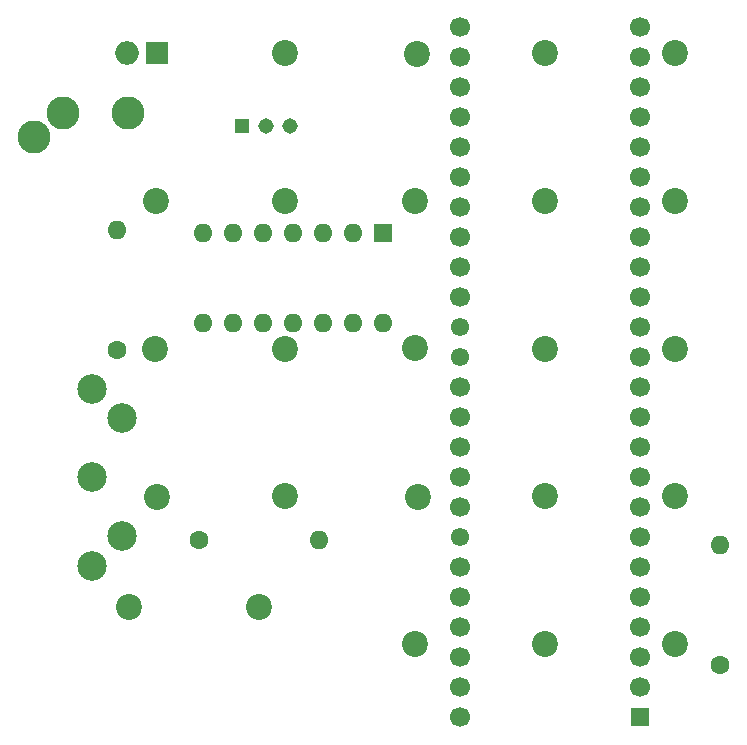
<source format=gbr>
G04 #@! TF.GenerationSoftware,KiCad,Pcbnew,(5.0.2)-1*
G04 #@! TF.CreationDate,2019-04-04T01:38:51-04:00*
G04 #@! TF.ProjectId,po_midi_adapter,706f5f6d-6964-4695-9f61-646170746572,rev?*
G04 #@! TF.SameCoordinates,PXa2393f8PY7537788*
G04 #@! TF.FileFunction,Copper,L1,Top*
G04 #@! TF.FilePolarity,Positive*
%FSLAX46Y46*%
G04 Gerber Fmt 4.6, Leading zero omitted, Abs format (unit mm)*
G04 Created by KiCad (PCBNEW (5.0.2)-1) date 4/4/2019 1:38:51 AM*
%MOMM*%
%LPD*%
G01*
G04 APERTURE LIST*
G04 #@! TA.AperFunction,ComponentPad*
%ADD10C,1.700000*%
G04 #@! TD*
G04 #@! TA.AperFunction,ComponentPad*
%ADD11R,1.600000X1.600000*%
G04 #@! TD*
G04 #@! TA.AperFunction,ComponentPad*
%ADD12C,1.550000*%
G04 #@! TD*
G04 #@! TA.AperFunction,ComponentPad*
%ADD13C,2.200000*%
G04 #@! TD*
G04 #@! TA.AperFunction,ComponentPad*
%ADD14O,2.000000X2.000000*%
G04 #@! TD*
G04 #@! TA.AperFunction,ComponentPad*
%ADD15R,1.900000X1.900000*%
G04 #@! TD*
G04 #@! TA.AperFunction,ComponentPad*
%ADD16C,2.499360*%
G04 #@! TD*
G04 #@! TA.AperFunction,ComponentPad*
%ADD17O,1.600000X1.600000*%
G04 #@! TD*
G04 #@! TA.AperFunction,ComponentPad*
%ADD18C,1.600000*%
G04 #@! TD*
G04 #@! TA.AperFunction,ComponentPad*
%ADD19C,1.308000*%
G04 #@! TD*
G04 #@! TA.AperFunction,ComponentPad*
%ADD20R,1.308000X1.308000*%
G04 #@! TD*
G04 #@! TA.AperFunction,ComponentPad*
%ADD21C,2.800000*%
G04 #@! TD*
G04 APERTURE END LIST*
D10*
G04 #@! TO.P,U1,17*
G04 #@! TO.N,/GPIO_9*
X-10337800Y43408600D03*
G04 #@! TO.P,U1,18*
G04 #@! TO.N,N/C*
X-10337800Y45948600D03*
G04 #@! TO.P,U1,19*
X-10337800Y48488600D03*
G04 #@! TO.P,U1,20*
X-10337800Y51028600D03*
G04 #@! TO.P,U1,16*
X-10337800Y40868600D03*
G04 #@! TO.P,U1,15*
X-10337800Y38328600D03*
G04 #@! TO.P,U1,14*
G04 #@! TO.N,/GPIO_10*
X-10337800Y35788600D03*
G04 #@! TO.P,U1,21*
G04 #@! TO.N,N/C*
X-10337800Y53568600D03*
G04 #@! TO.P,U1,22*
G04 #@! TO.N,/GPIO_13*
X-10337800Y56108600D03*
G04 #@! TO.P,U1,23*
G04 #@! TO.N,N/C*
X-10337800Y58648600D03*
G04 #@! TO.P,U1,24*
G04 #@! TO.N,/GPIO_14*
X-10337800Y61188600D03*
G04 #@! TO.P,U1,30*
G04 #@! TO.N,/GPIO_16*
X-25577800Y61188600D03*
G04 #@! TO.P,U1,31*
G04 #@! TO.N,/GPIO_15*
X-25577800Y58648600D03*
G04 #@! TO.P,U1,32*
G04 #@! TO.N,/GPIO_WRITE*
X-25577800Y56108600D03*
G04 #@! TO.P,U1,33*
G04 #@! TO.N,/GPIO_PLAY*
X-25577800Y53568600D03*
G04 #@! TO.P,U1,34*
G04 #@! TO.N,N/C*
X-25577800Y51028600D03*
G04 #@! TO.P,U1,35*
G04 #@! TO.N,/GPIO_12*
X-25577800Y48488600D03*
G04 #@! TO.P,U1,36*
G04 #@! TO.N,/GPIO_11*
X-25577800Y45948600D03*
G04 #@! TO.P,U1,37*
G04 #@! TO.N,/AUDIO_RING*
X-25577800Y43408600D03*
G04 #@! TO.P,U1,13*
G04 #@! TO.N,/GPIO_6*
X-10337800Y33248600D03*
G04 #@! TO.P,U1,12*
G04 #@! TO.N,/GPIO_5*
X-10337800Y30708600D03*
G04 #@! TO.P,U1,11*
G04 #@! TO.N,N/C*
X-10337800Y28168600D03*
G04 #@! TO.P,U1,10*
G04 #@! TO.N,/MIDI_1_OUT*
X-10337800Y25628600D03*
G04 #@! TO.P,U1,9*
G04 #@! TO.N,N/C*
X-10337800Y23088600D03*
G04 #@! TO.P,U1,8*
G04 #@! TO.N,/GPIO_2*
X-10337800Y20548600D03*
G04 #@! TO.P,U1,7*
G04 #@! TO.N,/GPIO_1*
X-10337800Y18008600D03*
G04 #@! TO.P,U1,6*
G04 #@! TO.N,N/C*
X-10337800Y15468600D03*
G04 #@! TO.P,U1,5*
G04 #@! TO.N,/GPIO_PATTERN*
X-10337800Y12928600D03*
G04 #@! TO.P,U1,4*
G04 #@! TO.N,/GPIO_SOUND*
X-10337800Y10388600D03*
G04 #@! TO.P,U1,3*
G04 #@! TO.N,N/C*
X-10337800Y7848600D03*
G04 #@! TO.P,U1,2*
X-10337800Y5308600D03*
D11*
G04 #@! TO.P,U1,1*
G04 #@! TO.N,GND*
X-10337800Y2768600D03*
D10*
G04 #@! TO.P,U1,38*
G04 #@! TO.N,/AUDIO_TIP*
X-25577800Y40868600D03*
G04 #@! TO.P,U1,39*
G04 #@! TO.N,GND*
X-25577800Y38328600D03*
D12*
G04 #@! TO.P,U1,40*
G04 #@! TO.N,N/C*
X-25577800Y35788600D03*
G04 #@! TO.P,U1,41*
G04 #@! TO.N,/GPIO_7*
X-25577800Y33248600D03*
D10*
G04 #@! TO.P,U1,42*
G04 #@! TO.N,/GPIO_8*
X-25577800Y30708600D03*
G04 #@! TO.P,U1,43*
G04 #@! TO.N,/GPIO_FX*
X-25577800Y28168600D03*
G04 #@! TO.P,U1,44*
G04 #@! TO.N,/GPIO_SPECIAL*
X-25577800Y25628600D03*
G04 #@! TO.P,U1,45*
G04 #@! TO.N,/GPIO_4*
X-25577800Y23088600D03*
G04 #@! TO.P,U1,46*
G04 #@! TO.N,/GPIO_3*
X-25577800Y20548600D03*
D12*
G04 #@! TO.P,U1,47*
G04 #@! TO.N,N/C*
X-25577800Y18008600D03*
D10*
G04 #@! TO.P,U1,48*
G04 #@! TO.N,/GPIO_POT_B*
X-25577800Y15468600D03*
G04 #@! TO.P,U1,49*
G04 #@! TO.N,/GPIO_POT_A*
X-25577800Y12928600D03*
G04 #@! TO.P,U1,50*
G04 #@! TO.N,/GPIO_BPM*
X-25577800Y10388600D03*
G04 #@! TO.P,U1,51*
G04 #@! TO.N,N/C*
X-25577800Y7848600D03*
G04 #@! TO.P,U1,52*
X-25577800Y5308600D03*
G04 #@! TO.P,U1,53*
G04 #@! TO.N,/5V*
X-25577800Y2768600D03*
G04 #@! TD*
D13*
G04 #@! TO.P,J28,1*
G04 #@! TO.N,/GPIO_11*
X-29387800Y46456600D03*
G04 #@! TD*
G04 #@! TO.P,J27,1*
G04 #@! TO.N,/GPIO_POT_A*
X-42659300Y12103100D03*
G04 #@! TD*
G04 #@! TO.P,J26,1*
G04 #@! TO.N,/GPIO_POT_B*
X-53644800Y12103100D03*
G04 #@! TD*
G04 #@! TO.P,J25,1*
G04 #@! TO.N,/GPIO_16*
X-40411400Y58978800D03*
G04 #@! TD*
G04 #@! TO.P,J24,1*
G04 #@! TO.N,/GPIO_PLAY*
X-51384200Y46482000D03*
G04 #@! TD*
G04 #@! TO.P,J23,1*
G04 #@! TO.N,/GPIO_FX*
X-51409600Y33959800D03*
G04 #@! TD*
G04 #@! TO.P,J22,1*
G04 #@! TO.N,/GPIO_4*
X-40411400Y21463000D03*
G04 #@! TD*
G04 #@! TO.P,J21,1*
G04 #@! TO.N,/GPIO_BPM*
X-29387800Y8991600D03*
G04 #@! TD*
G04 #@! TO.P,J20,1*
G04 #@! TO.N,/GPIO_PATTERN*
X-18415000Y8966200D03*
G04 #@! TD*
G04 #@! TO.P,J19,1*
G04 #@! TO.N,/GPIO_SOUND*
X-7391400Y8966200D03*
G04 #@! TD*
G04 #@! TO.P,J17,1*
G04 #@! TO.N,/GPIO_13*
X-7391400Y58978800D03*
G04 #@! TD*
G04 #@! TO.P,J16,1*
G04 #@! TO.N,/GPIO_14*
X-18415000Y59004200D03*
G04 #@! TD*
G04 #@! TO.P,J14,1*
G04 #@! TO.N,/GPIO_12*
X-40386000Y46482000D03*
G04 #@! TD*
G04 #@! TO.P,J13,1*
G04 #@! TO.N,/GPIO_10*
X-18402300Y46456600D03*
G04 #@! TD*
G04 #@! TO.P,J12,1*
G04 #@! TO.N,/GPIO_9*
X-7416800Y46456600D03*
G04 #@! TD*
G04 #@! TO.P,J11,1*
G04 #@! TO.N,/GPIO_8*
X-40411400Y33959800D03*
G04 #@! TD*
G04 #@! TO.P,J10,1*
G04 #@! TO.N,/GPIO_7*
X-29387800Y34010600D03*
G04 #@! TD*
G04 #@! TO.P,J9,1*
G04 #@! TO.N,/GPIO_6*
X-18389600Y33959800D03*
G04 #@! TD*
G04 #@! TO.P,J8,1*
G04 #@! TO.N,/GPIO_5*
X-7416800Y33947100D03*
G04 #@! TD*
G04 #@! TO.P,J6,1*
G04 #@! TO.N,/GPIO_1*
X-7391400Y21488400D03*
G04 #@! TD*
G04 #@! TO.P,J5,1*
G04 #@! TO.N,/GPIO_2*
X-18389600Y21463000D03*
G04 #@! TD*
D14*
G04 #@! TO.P,J18,2*
G04 #@! TO.N,Net-(J18-Pad2)*
X-53771800Y59029600D03*
D15*
G04 #@! TO.P,J18,1*
G04 #@! TO.N,/GPIO_WRITE*
X-51231800Y59029600D03*
G04 #@! TD*
D16*
G04 #@! TO.P,J2,5*
G04 #@! TO.N,Net-(J2-Pad5)*
X-54241700Y28084780D03*
G04 #@! TO.P,J2,1*
G04 #@! TO.N,N/C*
X-56743600Y15590520D03*
G04 #@! TO.P,J2,2*
G04 #@! TO.N,GND*
X-56741060Y23088600D03*
G04 #@! TO.P,J2,4*
G04 #@! TO.N,Net-(J2-Pad4)*
X-54241700Y18092420D03*
G04 #@! TO.P,J2,3*
G04 #@! TO.N,N/C*
X-56743600Y30586680D03*
G04 #@! TD*
D13*
G04 #@! TO.P,J4,1*
G04 #@! TO.N,/GPIO_3*
X-29133800Y21437600D03*
G04 #@! TD*
G04 #@! TO.P,J7,1*
G04 #@! TO.N,/GPIO_15*
X-29260800Y58902600D03*
G04 #@! TD*
G04 #@! TO.P,J15,1*
G04 #@! TO.N,/GPIO_SPECIAL*
X-51231800Y21437600D03*
G04 #@! TD*
D17*
G04 #@! TO.P,R2,2*
G04 #@! TO.N,/5V*
X-37541200Y17780000D03*
D18*
G04 #@! TO.P,R2,1*
G04 #@! TO.N,Net-(J2-Pad4)*
X-47701200Y17780000D03*
G04 #@! TD*
G04 #@! TO.P,R3,1*
G04 #@! TO.N,Net-(J2-Pad5)*
X-54610000Y33832800D03*
D17*
G04 #@! TO.P,R3,2*
G04 #@! TO.N,/MIDI_1_BUF_OUT*
X-54610000Y43992800D03*
G04 #@! TD*
D18*
G04 #@! TO.P,R4,1*
G04 #@! TO.N,GND*
X-3581400Y7162800D03*
D17*
G04 #@! TO.P,R4,2*
G04 #@! TO.N,/MIDI_1_OUT*
X-3581400Y17322800D03*
G04 #@! TD*
D19*
G04 #@! TO.P,S1,3*
G04 #@! TO.N,N/C*
X-40037000Y52857400D03*
G04 #@! TO.P,S1,2*
G04 #@! TO.N,GND*
X-42037000Y52857400D03*
D20*
G04 #@! TO.P,S1,1*
G04 #@! TO.N,Net-(J18-Pad2)*
X-44037000Y52857400D03*
G04 #@! TD*
D11*
G04 #@! TO.P,U2,1*
G04 #@! TO.N,GND*
X-32156400Y43738800D03*
D17*
G04 #@! TO.P,U2,8*
G04 #@! TO.N,N/C*
X-47396400Y36118800D03*
G04 #@! TO.P,U2,2*
G04 #@! TO.N,/MIDI_1_OUT*
X-34696400Y43738800D03*
G04 #@! TO.P,U2,9*
G04 #@! TO.N,N/C*
X-44856400Y36118800D03*
G04 #@! TO.P,U2,3*
G04 #@! TO.N,/MIDI_1_BUF_OUT*
X-37236400Y43738800D03*
G04 #@! TO.P,U2,10*
G04 #@! TO.N,N/C*
X-42316400Y36118800D03*
G04 #@! TO.P,U2,4*
X-39776400Y43738800D03*
G04 #@! TO.P,U2,11*
X-39776400Y36118800D03*
G04 #@! TO.P,U2,5*
X-42316400Y43738800D03*
G04 #@! TO.P,U2,12*
X-37236400Y36118800D03*
G04 #@! TO.P,U2,6*
X-44856400Y43738800D03*
G04 #@! TO.P,U2,13*
X-34696400Y36118800D03*
G04 #@! TO.P,U2,7*
G04 #@! TO.N,GND*
X-47396400Y43738800D03*
G04 #@! TO.P,U2,14*
G04 #@! TO.N,/5V*
X-32156400Y36118800D03*
G04 #@! TD*
D21*
G04 #@! TO.P,J1,S*
G04 #@! TO.N,GND*
X-61645800Y51892200D03*
G04 #@! TO.P,J1,T*
G04 #@! TO.N,/AUDIO_TIP*
X-59245800Y53892200D03*
G04 #@! TO.P,J1,R*
G04 #@! TO.N,/AUDIO_RING*
X-53745800Y53892200D03*
G04 #@! TD*
M02*

</source>
